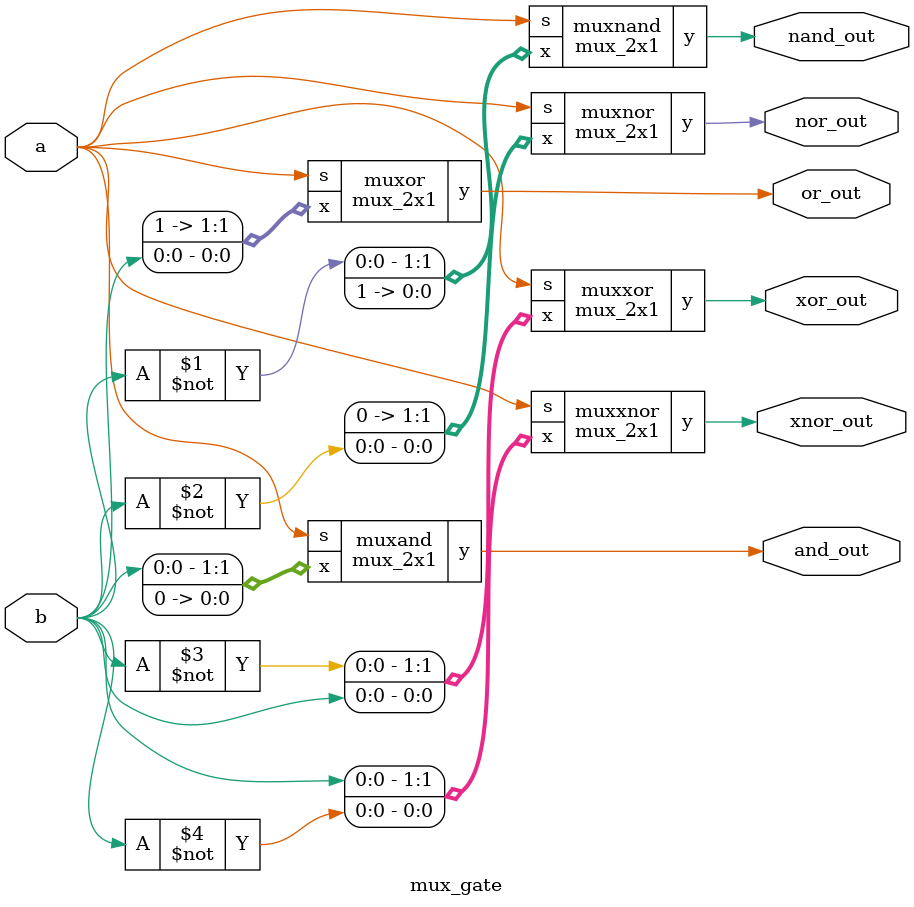
<source format=v>
`timescale 1ns / 1ps

module mux_2x1(x,s,y);
input [1:0]x;
input s;
output y;
assign y = s ? x[1] : x[0];
endmodule

module mux_gate(a,b,and_out,or_out,nand_out,nor_out,xor_out,xnor_out);
input a,b;
output and_out;
output or_out;
output nand_out;
output nor_out;
output xor_out;
output xnor_out;

mux_2x1 muxand({b, 1'b0}, a, and_out);
mux_2x1 muxor({1'b1, b}, a, or_out);
mux_2x1 muxnand({(~b), 1'b1}, a, nand_out);
mux_2x1 muxnor({1'b0, (~b)}, a, nor_out);
mux_2x1 muxxor({(~b), b}, a, xor_out);
mux_2x1 muxxnor({b, (~b)}, a, xnor_out);
endmodule

</source>
